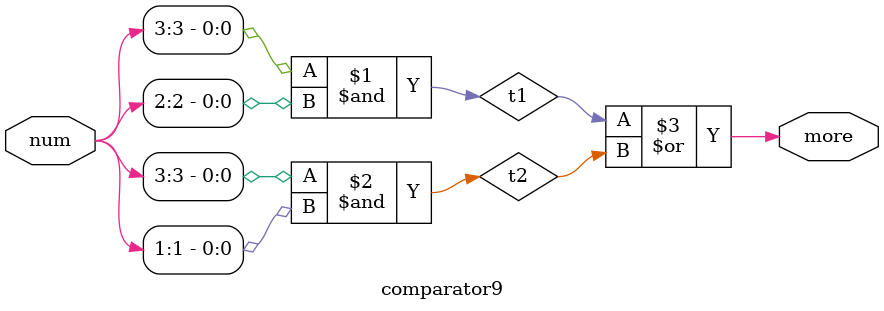
<source format=sv>
module comparator9(input logic [3:0]num,output logic more);

and a0(t1,num[3],num[2]);
and a1(t2,num[3],num[1]);
or o0(more,t1,t2);

endmodule
</source>
